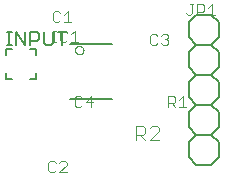
<source format=gbr>
G04 EAGLE Gerber RS-274X export*
G75*
%MOMM*%
%FSLAX34Y34*%
%LPD*%
%INSilkscreen Top*%
%IPPOS*%
%AMOC8*
5,1,8,0,0,1.08239X$1,22.5*%
G01*
%ADD10C,0.076200*%
%ADD11C,0.152400*%
%ADD12C,0.050800*%
%ADD13C,0.101600*%
%ADD14C,0.127000*%


D10*
X66046Y140934D02*
X64479Y142502D01*
X61343Y142502D01*
X59776Y140934D01*
X59776Y134664D01*
X61343Y133096D01*
X64479Y133096D01*
X66046Y134664D01*
X69131Y139367D02*
X72266Y142502D01*
X72266Y133096D01*
X69131Y133096D02*
X75402Y133096D01*
X60669Y15502D02*
X62236Y13934D01*
X60669Y15502D02*
X57533Y15502D01*
X55966Y13934D01*
X55966Y7664D01*
X57533Y6096D01*
X60669Y6096D01*
X62236Y7664D01*
X65321Y6096D02*
X71592Y6096D01*
X65321Y6096D02*
X71592Y12367D01*
X71592Y13934D01*
X70024Y15502D01*
X66888Y15502D01*
X65321Y13934D01*
X148257Y121884D02*
X146689Y123452D01*
X143554Y123452D01*
X141986Y121884D01*
X141986Y115614D01*
X143554Y114046D01*
X146689Y114046D01*
X148257Y115614D01*
X151341Y121884D02*
X152909Y123452D01*
X156044Y123452D01*
X157612Y121884D01*
X157612Y120317D01*
X156044Y118749D01*
X154477Y118749D01*
X156044Y118749D02*
X157612Y117181D01*
X157612Y115614D01*
X156044Y114046D01*
X152909Y114046D01*
X151341Y115614D01*
X84461Y69179D02*
X82894Y70747D01*
X79758Y70747D01*
X78191Y69179D01*
X78191Y62909D01*
X79758Y61341D01*
X82894Y61341D01*
X84461Y62909D01*
X92249Y61341D02*
X92249Y70747D01*
X87546Y66044D01*
X93817Y66044D01*
X157226Y61341D02*
X157226Y70747D01*
X161929Y70747D01*
X163497Y69179D01*
X163497Y66044D01*
X161929Y64476D01*
X157226Y64476D01*
X160361Y64476D02*
X163497Y61341D01*
X166581Y67612D02*
X169717Y70747D01*
X169717Y61341D01*
X172852Y61341D02*
X166581Y61341D01*
D11*
X110105Y67820D02*
X74045Y67820D01*
X74045Y115060D02*
X110105Y115060D01*
D12*
X78613Y109474D02*
X78615Y109593D01*
X78621Y109712D01*
X78631Y109830D01*
X78645Y109948D01*
X78663Y110065D01*
X78684Y110182D01*
X78710Y110298D01*
X78739Y110413D01*
X78773Y110528D01*
X78810Y110640D01*
X78851Y110752D01*
X78895Y110862D01*
X78943Y110971D01*
X78995Y111078D01*
X79051Y111183D01*
X79109Y111286D01*
X79172Y111387D01*
X79237Y111487D01*
X79306Y111583D01*
X79378Y111678D01*
X79453Y111770D01*
X79532Y111859D01*
X79613Y111946D01*
X79697Y112030D01*
X79784Y112111D01*
X79873Y112190D01*
X79965Y112265D01*
X80060Y112337D01*
X80156Y112406D01*
X80256Y112471D01*
X80357Y112534D01*
X80460Y112592D01*
X80565Y112648D01*
X80672Y112700D01*
X80781Y112748D01*
X80891Y112792D01*
X81003Y112833D01*
X81115Y112870D01*
X81230Y112904D01*
X81345Y112933D01*
X81461Y112959D01*
X81578Y112980D01*
X81695Y112998D01*
X81813Y113012D01*
X81931Y113022D01*
X82050Y113028D01*
X82169Y113030D01*
X82288Y113028D01*
X82407Y113022D01*
X82525Y113012D01*
X82643Y112998D01*
X82760Y112980D01*
X82877Y112959D01*
X82993Y112933D01*
X83108Y112904D01*
X83223Y112870D01*
X83335Y112833D01*
X83447Y112792D01*
X83557Y112748D01*
X83666Y112700D01*
X83773Y112648D01*
X83878Y112592D01*
X83981Y112534D01*
X84082Y112471D01*
X84182Y112406D01*
X84278Y112337D01*
X84373Y112265D01*
X84465Y112190D01*
X84554Y112111D01*
X84641Y112030D01*
X84725Y111946D01*
X84806Y111859D01*
X84885Y111770D01*
X84960Y111678D01*
X85032Y111583D01*
X85101Y111487D01*
X85166Y111387D01*
X85229Y111286D01*
X85287Y111183D01*
X85343Y111078D01*
X85395Y110971D01*
X85443Y110862D01*
X85487Y110752D01*
X85528Y110640D01*
X85565Y110528D01*
X85599Y110413D01*
X85628Y110298D01*
X85654Y110182D01*
X85675Y110065D01*
X85693Y109948D01*
X85707Y109830D01*
X85717Y109712D01*
X85723Y109593D01*
X85725Y109474D01*
X85723Y109355D01*
X85717Y109236D01*
X85707Y109118D01*
X85693Y109000D01*
X85675Y108883D01*
X85654Y108766D01*
X85628Y108650D01*
X85599Y108535D01*
X85565Y108420D01*
X85528Y108308D01*
X85487Y108196D01*
X85443Y108086D01*
X85395Y107977D01*
X85343Y107870D01*
X85287Y107765D01*
X85229Y107662D01*
X85166Y107561D01*
X85101Y107461D01*
X85032Y107365D01*
X84960Y107270D01*
X84885Y107178D01*
X84806Y107089D01*
X84725Y107002D01*
X84641Y106918D01*
X84554Y106837D01*
X84465Y106758D01*
X84373Y106683D01*
X84278Y106611D01*
X84182Y106542D01*
X84082Y106477D01*
X83981Y106414D01*
X83878Y106356D01*
X83773Y106300D01*
X83666Y106248D01*
X83557Y106200D01*
X83447Y106156D01*
X83335Y106115D01*
X83223Y106078D01*
X83108Y106044D01*
X82993Y106015D01*
X82877Y105989D01*
X82760Y105968D01*
X82643Y105950D01*
X82525Y105936D01*
X82407Y105926D01*
X82288Y105920D01*
X82169Y105918D01*
X82050Y105920D01*
X81931Y105926D01*
X81813Y105936D01*
X81695Y105950D01*
X81578Y105968D01*
X81461Y105989D01*
X81345Y106015D01*
X81230Y106044D01*
X81115Y106078D01*
X81003Y106115D01*
X80891Y106156D01*
X80781Y106200D01*
X80672Y106248D01*
X80565Y106300D01*
X80460Y106356D01*
X80357Y106414D01*
X80256Y106477D01*
X80156Y106542D01*
X80060Y106611D01*
X79965Y106683D01*
X79873Y106758D01*
X79784Y106837D01*
X79697Y106918D01*
X79613Y107002D01*
X79532Y107089D01*
X79453Y107178D01*
X79378Y107270D01*
X79306Y107365D01*
X79237Y107461D01*
X79172Y107561D01*
X79109Y107662D01*
X79051Y107765D01*
X78995Y107870D01*
X78943Y107977D01*
X78895Y108086D01*
X78851Y108196D01*
X78810Y108308D01*
X78773Y108420D01*
X78739Y108535D01*
X78710Y108650D01*
X78684Y108766D01*
X78663Y108883D01*
X78645Y109000D01*
X78631Y109118D01*
X78621Y109236D01*
X78615Y109355D01*
X78613Y109474D01*
D13*
X62614Y116713D02*
X59563Y116713D01*
X61088Y116713D02*
X61088Y125865D01*
X59563Y125865D02*
X62614Y125865D01*
X70376Y125865D02*
X71901Y124340D01*
X70376Y125865D02*
X67325Y125865D01*
X65800Y124340D01*
X65800Y118238D01*
X67325Y116713D01*
X70376Y116713D01*
X71901Y118238D01*
X75155Y122814D02*
X78206Y125865D01*
X78206Y116713D01*
X81256Y116713D02*
X75155Y116713D01*
D11*
X200025Y57150D02*
X200025Y44450D01*
X193675Y38100D01*
X180975Y38100D01*
X174625Y44450D01*
X200025Y82550D02*
X193675Y88900D01*
X200025Y82550D02*
X200025Y69850D01*
X193675Y63500D01*
X180975Y63500D01*
X174625Y69850D01*
X174625Y82550D01*
X180975Y88900D01*
X193675Y63500D02*
X200025Y57150D01*
X180975Y63500D02*
X174625Y57150D01*
X174625Y44450D01*
X200025Y120650D02*
X200025Y133350D01*
X200025Y120650D02*
X193675Y114300D01*
X180975Y114300D01*
X174625Y120650D01*
X193675Y114300D02*
X200025Y107950D01*
X200025Y95250D01*
X193675Y88900D01*
X180975Y88900D01*
X174625Y95250D01*
X174625Y107950D01*
X180975Y114300D01*
X180975Y139700D02*
X193675Y139700D01*
X200025Y133350D01*
X180975Y139700D02*
X174625Y133350D01*
X174625Y120650D01*
X200025Y31750D02*
X200025Y19050D01*
X193675Y12700D01*
X180975Y12700D01*
X174625Y19050D01*
X193675Y38100D02*
X200025Y31750D01*
X180975Y38100D02*
X174625Y31750D01*
X174625Y19050D01*
D13*
X174120Y139065D02*
X172594Y140590D01*
X174120Y139065D02*
X175645Y139065D01*
X177170Y140590D01*
X177170Y148217D01*
X175645Y148217D02*
X178696Y148217D01*
X181950Y148217D02*
X181950Y139065D01*
X181950Y148217D02*
X186526Y148217D01*
X188051Y146692D01*
X188051Y143641D01*
X186526Y142116D01*
X181950Y142116D01*
X191305Y145166D02*
X194355Y148217D01*
X194355Y139065D01*
X191305Y139065D02*
X197406Y139065D01*
X130048Y45222D02*
X130048Y33528D01*
X130048Y45222D02*
X135895Y45222D01*
X137844Y43273D01*
X137844Y39375D01*
X135895Y37426D01*
X130048Y37426D01*
X133946Y37426D02*
X137844Y33528D01*
X141742Y33528D02*
X149538Y33528D01*
X141742Y33528D02*
X149538Y41324D01*
X149538Y43273D01*
X147589Y45222D01*
X143691Y45222D01*
X141742Y43273D01*
D11*
X45720Y105410D02*
X45720Y110490D01*
X40640Y110490D01*
X20320Y110490D02*
X20320Y105410D01*
X20320Y110490D02*
X25400Y110490D01*
X20320Y90170D02*
X20320Y85090D01*
X25400Y85090D01*
X40640Y85090D02*
X45720Y85090D01*
X45720Y90170D01*
D14*
X24768Y113665D02*
X20955Y113665D01*
X22862Y113665D02*
X22862Y125105D01*
X24768Y125105D02*
X20955Y125105D01*
X28751Y125105D02*
X28751Y113665D01*
X36377Y113665D02*
X28751Y125105D01*
X36377Y125105D02*
X36377Y113665D01*
X40445Y113665D02*
X40445Y125105D01*
X46165Y125105D01*
X48071Y123198D01*
X48071Y119385D01*
X46165Y117478D01*
X40445Y117478D01*
X52139Y115572D02*
X52139Y125105D01*
X52139Y115572D02*
X54046Y113665D01*
X57859Y113665D01*
X59765Y115572D01*
X59765Y125105D01*
X67646Y125105D02*
X67646Y113665D01*
X63833Y125105D02*
X71459Y125105D01*
M02*

</source>
